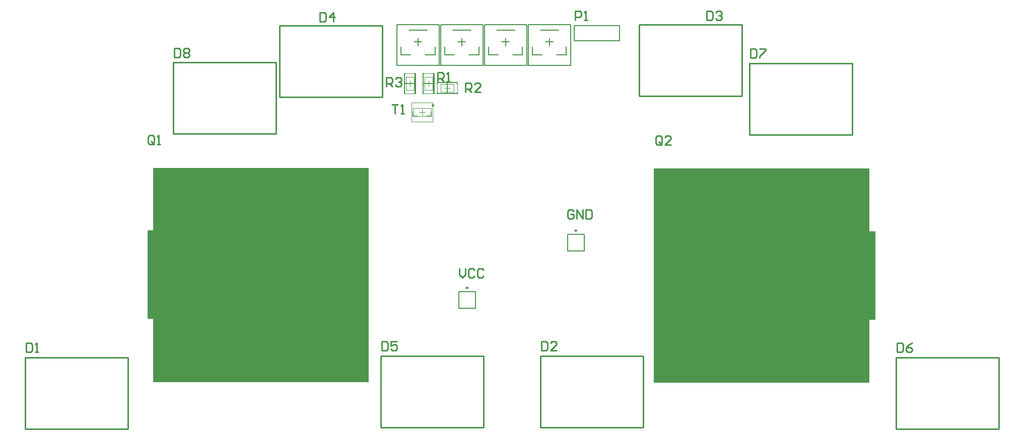
<source format=gto>
G04*
G04 #@! TF.GenerationSoftware,Altium Limited,Altium Designer,18.1.9 (240)*
G04*
G04 Layer_Color=65535*
%FSLAX43Y43*%
%MOMM*%
G71*
G01*
G75*
%ADD10C,0.250*%
%ADD11C,0.200*%
%ADD12C,0.150*%
%ADD13C,0.254*%
%ADD14R,2.400X15.000*%
%ADD15R,36.195X36.127*%
%ADD16R,2.400X15.000*%
%ADD17R,36.195X36.127*%
%ADD18C,0.100*%
%ADD19C,0.050*%
D10*
X90676Y104793D02*
G03*
X90676Y104793I-125J0D01*
G01*
X108964Y114445D02*
G03*
X108964Y114445I-125J0D01*
G01*
X84942Y135520D02*
G03*
X84942Y135520I-125J0D01*
G01*
D11*
X89151Y101343D02*
Y104143D01*
X89151Y101343D02*
X91951D01*
Y104143D01*
X89151Y104143D02*
X91951D01*
X107439Y110995D02*
Y113795D01*
X107439Y110995D02*
X110239D01*
Y113795D01*
X107439Y113795D02*
X110239D01*
X84492Y133670D02*
Y134470D01*
X83717Y133670D02*
X84492D01*
X81492D02*
Y134470D01*
Y133670D02*
X82267D01*
X101509Y144014D02*
X103159D01*
X105609D02*
X107234D01*
Y145389D01*
X101509Y144014D02*
Y145389D01*
X102880Y148209D02*
X105928D01*
X94143Y144014D02*
X95793D01*
X98243D02*
X99868D01*
Y145389D01*
X94143Y144014D02*
Y145389D01*
X95514Y148209D02*
X98562D01*
X108585Y146431D02*
X116205D01*
Y148971D01*
X108585D02*
X116205D01*
X108585Y146431D02*
Y148971D01*
X86797Y144014D02*
X88447D01*
X90897D02*
X92522D01*
Y145389D01*
X86797Y144014D02*
Y145389D01*
X88168Y148209D02*
X91216D01*
X79431Y144014D02*
X81081D01*
X83531D02*
X85156D01*
Y145389D01*
X79431Y144014D02*
Y145389D01*
X80802Y148209D02*
X83850D01*
X100828Y142264D02*
Y149122D01*
X107940D01*
Y142264D02*
Y149122D01*
X100828Y142264D02*
X107940D01*
X103749Y146201D02*
X105019D01*
X104384Y145566D02*
Y146836D01*
X93462Y142264D02*
Y149122D01*
X100574D01*
Y142264D02*
Y149122D01*
X93462Y142264D02*
X100574D01*
X96383Y146201D02*
X97653D01*
X97018Y145566D02*
Y146836D01*
X86116Y142264D02*
Y149122D01*
X93228D01*
Y142264D02*
Y149122D01*
X86116Y142264D02*
X93228D01*
X89037Y146201D02*
X90307D01*
X89672Y145566D02*
Y146836D01*
X78750Y142264D02*
Y149122D01*
X85862D01*
Y142264D02*
Y149122D01*
X78750Y142264D02*
X85862D01*
X81671Y146201D02*
X82941D01*
X82306Y145566D02*
Y146836D01*
D12*
X81644Y140892D02*
X81844D01*
Y137492D02*
Y140892D01*
X81644Y137492D02*
X81844D01*
X80044Y140892D02*
X80244D01*
X80044Y137492D02*
Y140892D01*
Y137492D02*
X80244D01*
X80044Y139192D02*
X81844D01*
X84774Y140892D02*
X84974D01*
Y137492D02*
Y140892D01*
X84774Y137492D02*
X84974D01*
X83174Y140892D02*
X83374D01*
X83174Y137492D02*
Y140892D01*
Y137492D02*
X83374D01*
X83174Y139192D02*
X84974D01*
X85549Y139130D02*
Y139330D01*
X88949D01*
Y139130D02*
Y139330D01*
X85549Y137530D02*
Y137730D01*
Y137530D02*
X88949D01*
Y137730D01*
X87249Y137530D02*
Y139330D01*
D13*
X119523Y149065D02*
X136763D01*
X119523Y137065D02*
X136763D01*
X119523D02*
Y149065D01*
X136763Y137065D02*
Y149065D01*
X59071Y148938D02*
X76311D01*
X59071Y136938D02*
X76311D01*
X59071Y148938D02*
X59071Y136938D01*
X76311D02*
Y148938D01*
X162703Y81059D02*
X179943D01*
X162703Y93059D02*
X179943D01*
Y81059D02*
Y93059D01*
X162703Y81059D02*
Y93059D01*
X16272Y81059D02*
Y93059D01*
X33512Y81059D02*
Y93059D01*
X16272D02*
X33512D01*
X16272Y81059D02*
X33512D01*
X76089Y81313D02*
Y93313D01*
X93329Y81313D02*
Y93313D01*
X76089D02*
X93329D01*
X76089Y81313D02*
X93329D01*
X102886D02*
Y93313D01*
X120126Y81313D02*
Y93313D01*
X102886D02*
X120126D01*
X102886Y81313D02*
X120126D01*
X58404Y130715D02*
Y142715D01*
X41164Y130715D02*
Y142715D01*
Y130715D02*
X58404D01*
X41164Y142715D02*
X58404D01*
X155305Y130588D02*
Y142588D01*
X138065Y130588D02*
Y142588D01*
Y130588D02*
X155305D01*
X138065Y142588D02*
X155305D01*
X108458Y117729D02*
X108204Y117983D01*
X107696D01*
X107442Y117729D01*
Y116713D01*
X107696Y116459D01*
X108204D01*
X108458Y116713D01*
Y117221D01*
X107950D01*
X108966Y116459D02*
Y117983D01*
X109981Y116459D01*
Y117983D01*
X110489D02*
Y116459D01*
X111251D01*
X111505Y116713D01*
Y117729D01*
X111251Y117983D01*
X110489D01*
X89281Y108077D02*
Y107061D01*
X89789Y106553D01*
X90297Y107061D01*
Y108077D01*
X91820Y107823D02*
X91566Y108077D01*
X91058D01*
X90805Y107823D01*
Y106807D01*
X91058Y106553D01*
X91566D01*
X91820Y106807D01*
X93344Y107823D02*
X93090Y108077D01*
X92582D01*
X92328Y107823D01*
Y106807D01*
X92582Y106553D01*
X93090D01*
X93344Y106807D01*
X77912Y135640D02*
X78928D01*
X78420D01*
Y134116D01*
X79436D02*
X79943D01*
X79689D01*
Y135640D01*
X79436Y135386D01*
X77007Y138670D02*
Y140194D01*
X77769D01*
X78023Y139940D01*
Y139432D01*
X77769Y139178D01*
X77007D01*
X77515D02*
X78023Y138670D01*
X78530Y139940D02*
X78784Y140194D01*
X79292D01*
X79546Y139940D01*
Y139686D01*
X79292Y139432D01*
X79038D01*
X79292D01*
X79546Y139178D01*
Y138924D01*
X79292Y138670D01*
X78784D01*
X78530Y138924D01*
X90311Y137767D02*
Y139291D01*
X91073D01*
X91327Y139037D01*
Y138529D01*
X91073Y138275D01*
X90311D01*
X90819D02*
X91327Y137767D01*
X92850D02*
X91835D01*
X92850Y138783D01*
Y139037D01*
X92596Y139291D01*
X92088D01*
X91835Y139037D01*
X85598Y139573D02*
Y141097D01*
X86360D01*
X86614Y140843D01*
Y140335D01*
X86360Y140081D01*
X85598D01*
X86106D02*
X86614Y139573D01*
X87122D02*
X87629D01*
X87375D01*
Y141097D01*
X87122Y140843D01*
X108737Y149835D02*
Y151358D01*
X109499D01*
X109753Y151104D01*
Y150596D01*
X109499Y150342D01*
X108737D01*
X110261Y149835D02*
X110769D01*
X110515D01*
Y151358D01*
X110261Y151104D01*
X123266Y129134D02*
Y130149D01*
X123012Y130403D01*
X122504D01*
X122250Y130149D01*
Y129134D01*
X122504Y128880D01*
X123012D01*
X122758Y129387D02*
X123266Y128880D01*
X123012D02*
X123266Y129134D01*
X124789Y128880D02*
X123774D01*
X124789Y129895D01*
Y130149D01*
X124535Y130403D01*
X124028D01*
X123774Y130149D01*
X37973Y129210D02*
Y130225D01*
X37719Y130479D01*
X37211D01*
X36957Y130225D01*
Y129210D01*
X37211Y128956D01*
X37719D01*
X37465Y129464D02*
X37973Y128956D01*
X37719D02*
X37973Y129210D01*
X38481Y128956D02*
X38988D01*
X38734D01*
Y130479D01*
X38481Y130225D01*
X41300Y145135D02*
Y143612D01*
X42062D01*
X42316Y143866D01*
Y144881D01*
X42062Y145135D01*
X41300D01*
X42824Y144881D02*
X43078Y145135D01*
X43586D01*
X43840Y144881D01*
Y144627D01*
X43586Y144373D01*
X43840Y144119D01*
Y143866D01*
X43586Y143612D01*
X43078D01*
X42824Y143866D01*
Y144119D01*
X43078Y144373D01*
X42824Y144627D01*
Y144881D01*
X43078Y144373D02*
X43586D01*
X138201Y145008D02*
Y143485D01*
X138963D01*
X139217Y143739D01*
Y144754D01*
X138963Y145008D01*
X138201D01*
X139725D02*
X140741D01*
Y144754D01*
X139725Y143739D01*
Y143485D01*
X16408Y95478D02*
Y93955D01*
X17170D01*
X17424Y94209D01*
Y95224D01*
X17170Y95478D01*
X16408D01*
X17932Y93955D02*
X18440D01*
X18186D01*
Y95478D01*
X17932Y95224D01*
X65773Y151129D02*
X65786Y149606D01*
X66548Y149612D01*
X66799Y149869D01*
X66791Y150884D01*
X66535Y151136D01*
X65773Y151129D01*
X68071Y149625D02*
X68058Y151149D01*
X67303Y150381D01*
X68319Y150389D01*
X130810Y151384D02*
Y149860D01*
X131572D01*
X131826Y150114D01*
Y151130D01*
X131572Y151384D01*
X130810D01*
X132334Y151130D02*
X132587Y151384D01*
X133095D01*
X133349Y151130D01*
Y150876D01*
X133095Y150622D01*
X132841D01*
X133095D01*
X133349Y150368D01*
Y150114D01*
X133095Y149860D01*
X132587D01*
X132334Y150114D01*
X76225Y95732D02*
Y94209D01*
X76987D01*
X77241Y94463D01*
Y95478D01*
X76987Y95732D01*
X76225D01*
X78765D02*
X77749D01*
Y94970D01*
X78257Y95224D01*
X78511D01*
X78765Y94970D01*
Y94463D01*
X78511Y94209D01*
X78003D01*
X77749Y94463D01*
X162833Y95478D02*
Y93955D01*
X163595D01*
X163848Y94209D01*
Y95224D01*
X163595Y95478D01*
X162833D01*
X165372D02*
X164864Y95224D01*
X164356Y94716D01*
Y94209D01*
X164610Y93955D01*
X165118D01*
X165372Y94209D01*
Y94462D01*
X165118Y94716D01*
X164356D01*
X103022Y95732D02*
Y94209D01*
X103784D01*
X104038Y94463D01*
Y95478D01*
X103784Y95732D01*
X103022D01*
X105562Y94209D02*
X104546D01*
X105562Y95224D01*
Y95478D01*
X105308Y95732D01*
X104800D01*
X104546Y95478D01*
D14*
X158000Y106821D02*
D03*
D15*
X140098Y106885D02*
D03*
D16*
X38000Y107000D02*
D03*
D17*
X55903Y106937D02*
D03*
D18*
X81492Y135070D02*
X84492D01*
X81492Y133670D02*
X84492D01*
Y135070D01*
X81492Y133670D02*
Y135070D01*
X80269Y140292D02*
X81619D01*
X80269Y138092D02*
X81619D01*
Y140292D01*
X80269Y138092D02*
Y140292D01*
X83399Y140292D02*
X84749D01*
X83399Y138092D02*
X84749D01*
Y140292D01*
X83399Y138092D02*
Y140292D01*
X86149Y137755D02*
Y139105D01*
X88349Y137755D02*
Y139105D01*
X86149D02*
X88349D01*
X86149Y137755D02*
X88349D01*
X82992Y133870D02*
Y134870D01*
X82492Y134370D02*
X83492D01*
X80944Y138692D02*
Y139692D01*
X80444Y139192D02*
X81444D01*
X84074Y138692D02*
Y139692D01*
X83574Y139192D02*
X84574D01*
X86749Y138430D02*
X87749D01*
X87249Y137930D02*
Y138930D01*
D19*
X81242Y135970D02*
X84742D01*
X81242Y132770D02*
X84742D01*
Y135970D01*
X81242Y132770D02*
Y135970D01*
X79994Y140892D02*
X81894D01*
X79994Y137492D02*
X81894D01*
Y140892D01*
X79994Y137492D02*
Y140892D01*
X83124Y140892D02*
X85024D01*
X83124Y137492D02*
X85024D01*
Y140892D01*
X83124Y137492D02*
Y140892D01*
X85549Y137480D02*
Y139380D01*
X88949Y137480D02*
Y139380D01*
X85549D02*
X88949D01*
X85549Y137480D02*
X88949D01*
M02*

</source>
